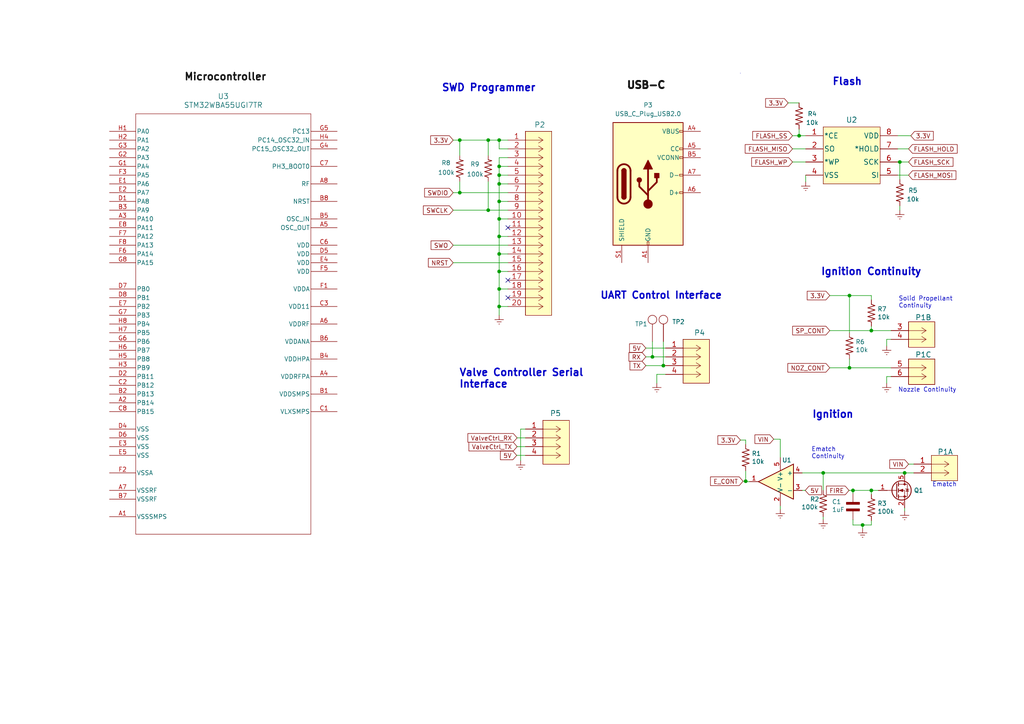
<source format=kicad_sch>
(kicad_sch (version 20231120) (generator "eeschema") (generator_version "8.0")
  (paper "A4")
  (lib_symbols
    (symbol "2024-11-02_07-26-03:STM32WBA55UGI7TR" (pin_names (offset 0.254))
      (property "Reference" "U" (at 33.02 10.16 0))
      (property "Value" "STM32WBA55UGI7TR" (at 33.02 7.62 0))
      (symbol "STM32WBA55UGI7TR_0_1"
        (polyline (pts (xy 7.62 -116.84) (xy 58.42 -116.84)) (stroke (width 0.127)))
        (polyline (pts (xy 7.62 5.08) (xy 7.62 -116.84)) (stroke (width 0.127)))
        (polyline (pts (xy 58.42 -116.84) (xy 58.42 5.08)) (stroke (width 0.127)))
        (polyline (pts (xy 58.42 5.08) (xy 7.62 5.08)) (stroke (width 0.127)))
        (pin power_in line (at 0 -111.76 0) (length 7.62) (name "VSSSMPS") (number "A1"))
        (pin bidirectional line (at 0 -78.74 0) (length 7.62) (name "PB14") (number "A2"))
        (pin bidirectional line (at 0 -25.4 0) (length 7.62) (name "PA10") (number "A3"))
        (pin power_in line (at 66.04 -71.12 180) (length 7.62) (name "VDDRFPA") (number "A4"))
        (pin output line (at 66.04 -27.94 180) (length 7.62) (name "OSC_OUT") (number "A5"))
        (pin power_in line (at 66.04 -55.88 180) (length 7.62) (name "VDDRF") (number "A6"))
        (pin power_in line (at 0 -104.14 0) (length 7.62) (name "VSSRF") (number "A7"))
        (pin unspecified line (at 66.04 -15.24 180) (length 7.62) (name "RF") (number "A8"))
        (pin power_in line (at 66.04 -76.2 180) (length 7.62) (name "VDDSMPS") (number "B1"))
        (pin bidirectional line (at 0 -76.2 0) (length 7.62) (name "PB13") (number "B2"))
        (pin bidirectional line (at 0 -22.86 0) (length 7.62) (name "PA9") (number "B3"))
        (pin power_in line (at 66.04 -66.04 180) (length 7.62) (name "VDDHPA") (number "B4"))
        (pin input line (at 66.04 -25.4 180) (length 7.62) (name "OSC_IN") (number "B5"))
        (pin power_in line (at 66.04 -60.96 180) (length 7.62) (name "VDDANA") (number "B6"))
        (pin power_in line (at 0 -106.68 0) (length 7.62) (name "VSSRF") (number "B7"))
        (pin bidirectional line (at 66.04 -20.32 180) (length 7.62) (name "NRST") (number "B8"))
        (pin power_in line (at 66.04 -81.28 180) (length 7.62) (name "VLXSMPS") (number "C1"))
        (pin bidirectional line (at 0 -73.66 0) (length 7.62) (name "PB12") (number "C2"))
        (pin power_in line (at 66.04 -50.8 180) (length 7.62) (name "VDD11") (number "C3"))
        (pin power_in line (at 66.04 -33.02 180) (length 7.62) (name "VDD") (number "C6"))
        (pin bidirectional line (at 66.04 -10.16 180) (length 7.62) (name "PH3_BOOT0") (number "C7"))
        (pin bidirectional line (at 0 -81.28 0) (length 7.62) (name "PB15") (number "C8"))
        (pin bidirectional line (at 0 -20.32 0) (length 7.62) (name "PA8") (number "D1"))
        (pin bidirectional line (at 0 -71.12 0) (length 7.62) (name "PB11") (number "D2"))
        (pin power_in line (at 0 -86.36 0) (length 7.62) (name "VSS") (number "D4"))
        (pin power_in line (at 66.04 -35.56 180) (length 7.62) (name "VDD") (number "D5"))
        (pin power_in line (at 0 -88.9 0) (length 7.62) (name "VSS") (number "D6"))
        (pin bidirectional line (at 0 -45.72 0) (length 7.62) (name "PB0") (number "D7"))
        (pin bidirectional line (at 0 -48.26 0) (length 7.62) (name "PB1") (number "D8"))
        (pin bidirectional line (at 0 -15.24 0) (length 7.62) (name "PA6") (number "E1"))
        (pin bidirectional line (at 0 -17.78 0) (length 7.62) (name "PA7") (number "E2"))
        (pin power_in line (at 0 -91.44 0) (length 7.62) (name "VSS") (number "E3"))
        (pin power_in line (at 66.04 -38.1 180) (length 7.62) (name "VDD") (number "E4"))
        (pin power_in line (at 0 -93.98 0) (length 7.62) (name "VSS") (number "E5"))
        (pin bidirectional line (at 0 -50.8 0) (length 7.62) (name "PB2") (number "E7"))
        (pin bidirectional line (at 0 -27.94 0) (length 7.62) (name "PA11") (number "E8"))
        (pin power_in line (at 66.04 -45.72 180) (length 7.62) (name "VDDA") (number "F1"))
        (pin power_in line (at 0 -99.06 0) (length 7.62) (name "VSSA") (number "F2"))
        (pin bidirectional line (at 0 -12.7 0) (length 7.62) (name "PA5") (number "F3"))
        (pin power_in line (at 66.04 -40.64 180) (length 7.62) (name "VDD") (number "F5"))
        (pin bidirectional line (at 0 -35.56 0) (length 7.62) (name "PA14") (number "F6"))
        (pin bidirectional line (at 0 -30.48 0) (length 7.62) (name "PA12") (number "F7"))
        (pin bidirectional line (at 0 -33.02 0) (length 7.62) (name "PA13") (number "F8"))
        (pin bidirectional line (at 0 -10.16 0) (length 7.62) (name "PA4") (number "G1"))
        (pin bidirectional line (at 0 -7.62 0) (length 7.62) (name "PA3") (number "G2"))
        (pin bidirectional line (at 0 -5.08 0) (length 7.62) (name "PA2") (number "G3"))
        (pin bidirectional line (at 66.04 -5.08 180) (length 7.62) (name "PC15_OSC32_OUT") (number "G4"))
        (pin bidirectional line (at 66.04 0 180) (length 7.62) (name "PC13") (number "G5"))
        (pin bidirectional line (at 0 -60.96 0) (length 7.62) (name "PB6") (number "G6"))
        (pin bidirectional line (at 0 -53.34 0) (length 7.62) (name "PB3") (number "G7"))
        (pin bidirectional line (at 0 -38.1 0) (length 7.62) (name "PA15") (number "G8"))
        (pin bidirectional line (at 0 0 0) (length 7.62) (name "PA0") (number "H1"))
        (pin bidirectional line (at 0 -2.54 0) (length 7.62) (name "PA1") (number "H2"))
        (pin bidirectional line (at 0 -68.58 0) (length 7.62) (name "PB9") (number "H3"))
        (pin bidirectional line (at 66.04 -2.54 180) (length 7.62) (name "PC14_OSC32_IN") (number "H4"))
        (pin bidirectional line (at 0 -66.04 0) (length 7.62) (name "PB8") (number "H5"))
        (pin bidirectional line (at 0 -63.5 0) (length 7.62) (name "PB7") (number "H6"))
        (pin bidirectional line (at 0 -58.42 0) (length 7.62) (name "PB5") (number "H7"))
        (pin bidirectional line (at 0 -55.88 0) (length 7.62) (name "PB4") (number "H8"))
      )
    )
    (symbol "Connector:USB_C_Plug_USB2.0" (pin_names (offset 1.016))
      (property "Reference" "P" (at -10.16 19.05 0))
      (property "Value" "USB_C_Plug_USB2.0" (at 12.7 19.05 0))
      (symbol "USB_C_Plug_USB2.0_0_0"
        (rectangle (start -0.254 -17.78) (end 0.254 -16.764))
        (rectangle (start 10.16 -2.286) (end 9.144 -2.794))
        (rectangle (start 10.16 2.794) (end 9.144 2.286))
        (rectangle (start 10.16 7.874) (end 9.144 7.366))
        (rectangle (start 10.16 10.414) (end 9.144 9.906))
        (rectangle (start 10.16 15.494) (end 9.144 14.986))
      )
      (symbol "USB_C_Plug_USB2.0_0_1"
        (rectangle (start -10.16 17.78) (end 10.16 -17.78) (stroke (width 0.254)) (fill (type background)))
        (arc (start -8.89 -3.81) (mid -6.985 -5.7067) (end -5.08 -3.81) (stroke (width 0.508)))
        (arc (start -7.62 -3.81) (mid -6.985 -4.4423) (end -6.35 -3.81) (stroke (width 0.254)))
        (arc (start -7.62 -3.81) (mid -6.985 -4.4423) (end -6.35 -3.81) (stroke (width 0.254)) (fill (type outline)))
        (rectangle (start -7.62 -3.81) (end -6.35 3.81) (stroke (width 0.254)) (fill (type outline)))
        (arc (start -6.35 3.81) (mid -6.985 4.4423) (end -7.62 3.81) (stroke (width 0.254)))
        (arc (start -6.35 3.81) (mid -6.985 4.4423) (end -7.62 3.81) (stroke (width 0.254)) (fill (type outline)))
        (arc (start -5.08 3.81) (mid -6.985 5.7067) (end -8.89 3.81) (stroke (width 0.508)))
        (circle (center -2.54 1.143) (radius 0.635) (stroke (width 0.254)) (fill (type outline)))
        (circle (center 0 -5.842) (radius 1.27) (fill (type outline)))
        (polyline (pts (xy -8.89 -3.81) (xy -8.89 3.81)) (stroke (width 0.508)))
        (polyline (pts (xy -5.08 3.81) (xy -5.08 -3.81)) (stroke (width 0.508)))
        (polyline (pts (xy 0 -5.842) (xy 0 4.318)) (stroke (width 0.508)))
        (polyline (pts (xy 0 -3.302) (xy -2.54 -0.762) (xy -2.54 0.508)) (stroke (width 0.508)))
        (polyline (pts (xy 0 -2.032) (xy 2.54 0.508) (xy 2.54 1.778)) (stroke (width 0.508)))
        (polyline (pts (xy -1.27 4.318) (xy 0 6.858) (xy 1.27 4.318) (xy -1.27 4.318)) (stroke (width 0.254)) (fill (type outline)))
        (rectangle (start 1.905 1.778) (end 3.175 3.048) (stroke (width 0.254)) (fill (type outline)))
      )
      (symbol "USB_C_Plug_USB2.0_1_1"
        (pin passive line (at 0 -22.86 90) (length 5.08) (name "GND") (number "A1"))
        (pin passive line (at 0 -22.86 90) (length 5.08) hide (name "GND") (number "A12"))
        (pin passive line (at 15.24 15.24 180) (length 5.08) (name "VBUS") (number "A4"))
        (pin bidirectional line (at 15.24 10.16 180) (length 5.08) (name "CC") (number "A5"))
        (pin bidirectional line (at 15.24 -2.54 180) (length 5.08) (name "D+") (number "A6"))
        (pin bidirectional line (at 15.24 2.54 180) (length 5.08) (name "D-") (number "A7"))
        (pin passive line (at 15.24 15.24 180) (length 5.08) hide (name "VBUS") (number "A9"))
        (pin passive line (at 0 -22.86 90) (length 5.08) hide (name "GND") (number "B1"))
        (pin passive line (at 0 -22.86 90) (length 5.08) hide (name "GND") (number "B12"))
        (pin passive line (at 15.24 15.24 180) (length 5.08) hide (name "VBUS") (number "B4"))
        (pin bidirectional line (at 15.24 7.62 180) (length 5.08) (name "VCONN") (number "B5"))
        (pin passive line (at 15.24 15.24 180) (length 5.08) hide (name "VBUS") (number "B9"))
        (pin passive line (at -7.62 -22.86 90) (length 5.08) (name "SHIELD") (number "S1"))
      )
    )
    (symbol "Earth_1" (power) (pin_names (offset 0))
      (symbol "Earth_1_0_1"
        (polyline (pts (xy -0.635 -1.905) (xy 0.635 -1.905)))
        (polyline (pts (xy -0.127 -2.54) (xy 0.127 -2.54)))
        (polyline (pts (xy 0 -1.27) (xy 0 0)))
        (polyline (pts (xy 1.27 -1.27) (xy -1.27 -1.27)))
      )
      (symbol "Earth_1_1_1"
        (pin power_in line (at 0 0 270) (length 0) hide (name "Earth") (number "1"))
      )
    )
    (symbol "Earth_3" (power) (pin_names (offset 0))
      (symbol "Earth_3_0_1"
        (polyline (pts (xy -0.635 -1.905) (xy 0.635 -1.905)))
        (polyline (pts (xy -0.127 -2.54) (xy 0.127 -2.54)))
        (polyline (pts (xy 0 -1.27) (xy 0 0)))
        (polyline (pts (xy 1.27 -1.27) (xy -1.27 -1.27)))
      )
      (symbol "Earth_3_1_1"
        (pin power_in line (at 0 0 270) (length 0) hide (name "Earth") (number "1"))
      )
    )
    (symbol "Engine-Controller:140-504-415-000" (pin_names (offset 0.254) hide)
      (property "Reference" "P" (at 7.62 5.08 0))
      (symbol "140-504-415-000_1_1"
        (polyline (pts (xy 5.08 -10.16) (xy 12.7 -10.16)) (stroke (width 0.127)))
        (polyline (pts (xy 5.08 2.54) (xy 5.08 -10.16)) (stroke (width 0.127)))
        (polyline (pts (xy 10.16 -7.62) (xy 5.08 -7.62)) (stroke (width 0.127)))
        (polyline (pts (xy 10.16 -7.62) (xy 8.89 -8.4582)) (stroke (width 0.127)))
        (polyline (pts (xy 10.16 -7.62) (xy 8.89 -6.7818)) (stroke (width 0.127)))
        (polyline (pts (xy 10.16 -5.08) (xy 5.08 -5.08)) (stroke (width 0.127)))
        (polyline (pts (xy 10.16 -5.08) (xy 8.89 -5.9182)) (stroke (width 0.127)))
        (polyline (pts (xy 10.16 -5.08) (xy 8.89 -4.2418)) (stroke (width 0.127)))
        (polyline (pts (xy 10.16 -2.54) (xy 5.08 -2.54)) (stroke (width 0.127)))
        (polyline (pts (xy 10.16 -2.54) (xy 8.89 -3.3782)) (stroke (width 0.127)))
        (polyline (pts (xy 10.16 -2.54) (xy 8.89 -1.7018)) (stroke (width 0.127)))
        (polyline (pts (xy 10.16 0) (xy 5.08 0)) (stroke (width 0.127)))
        (polyline (pts (xy 10.16 0) (xy 8.89 -0.8382)) (stroke (width 0.127)))
        (polyline (pts (xy 10.16 0) (xy 8.89 0.8382)) (stroke (width 0.127)))
        (polyline (pts (xy 12.7 -10.16) (xy 12.7 2.54)) (stroke (width 0.127)))
        (polyline (pts (xy 12.7 2.54) (xy 5.08 2.54)) (stroke (width 0.127)) (fill (type background)))
        (rectangle (start 5.08 2.54) (end 12.7 -10.16) (stroke (width 0.127)) (fill (type background)))
        (pin passive line (at 0 0 0) (length 5.08) (name "+12V") (number "1"))
        (pin passive line (at 0 -2.54 0) (length 5.08) (name "GND") (number "2"))
        (pin passive line (at 0 -5.08 0) (length 5.08) (name "3") (number "3"))
        (pin passive line (at 0 -7.62 0) (length 5.08) (name "4") (number "4"))
      )
    )
    (symbol "Engine-Controller:282837-6" (pin_names (offset 0.254) hide)
      (property "Reference" "P" (at 8.89 6.35 0))
      (symbol "282837-6_0_1"
        (rectangle (start 5.08 2.54) (end 12.7 -4.826) (stroke (width 0.1524)) (fill (type background)))
      )
      (symbol "282837-6_1_1"
        (polyline (pts (xy 10.16 -2.54) (xy 5.08 -2.54)) (stroke (width 0.127)))
        (polyline (pts (xy 10.16 -2.54) (xy 8.89 -3.3782)) (stroke (width 0.127)))
        (polyline (pts (xy 10.16 -2.54) (xy 8.89 -1.7018)) (stroke (width 0.127)))
        (polyline (pts (xy 10.16 0) (xy 5.08 0)) (stroke (width 0.127)))
        (polyline (pts (xy 10.16 0) (xy 8.89 -0.8382)) (stroke (width 0.127)))
        (polyline (pts (xy 10.16 0) (xy 8.89 0.8382)) (stroke (width 0.127)))
        (pin passive line (at 0 0 0) (length 5.08) (name "5") (number "1"))
        (pin passive line (at 0 -2.54 0) (length 5.08) (name "6") (number "2"))
      )
      (symbol "282837-6_2_1"
        (polyline (pts (xy 5.08 2.54) (xy 5.08 -4.826)) (stroke (width 0.127)))
        (polyline (pts (xy 10.16 -2.54) (xy 5.08 -2.54)) (stroke (width 0.127)))
        (polyline (pts (xy 10.16 -2.54) (xy 8.89 -3.3782)) (stroke (width 0.127)))
        (polyline (pts (xy 10.16 -2.54) (xy 8.89 -1.7018)) (stroke (width 0.127)))
        (polyline (pts (xy 10.16 0) (xy 5.08 0)) (stroke (width 0.127)))
        (polyline (pts (xy 10.16 0) (xy 8.89 -0.8382)) (stroke (width 0.127)))
        (polyline (pts (xy 10.16 0) (xy 8.89 0.8382)) (stroke (width 0.127)))
        (polyline (pts (xy 12.7 -4.826) (xy 12.7 2.54)) (stroke (width 0.127)))
        (polyline (pts (xy 12.7 2.54) (xy 5.08 2.54)) (stroke (width 0.127)))
        (polyline (pts (xy 5.08 -4.826) (xy 8.382 -4.826) (xy 12.7 -4.826)) (stroke (width 0.127)))
        (pin passive line (at 0 0 0) (length 5.08) (name "5") (number "3"))
        (pin passive line (at 0 -2.54 0) (length 5.08) (name "6") (number "4"))
      )
      (symbol "282837-6_3_1"
        (polyline (pts (xy 5.08 2.54) (xy 5.08 -4.826)) (stroke (width 0.127)))
        (polyline (pts (xy 10.16 -2.54) (xy 5.08 -2.54)) (stroke (width 0.127)))
        (polyline (pts (xy 10.16 -2.54) (xy 8.89 -3.3782)) (stroke (width 0.127)))
        (polyline (pts (xy 10.16 -2.54) (xy 8.89 -1.7018)) (stroke (width 0.127)))
        (polyline (pts (xy 10.16 0) (xy 5.08 0)) (stroke (width 0.127)))
        (polyline (pts (xy 10.16 0) (xy 8.89 -0.8382)) (stroke (width 0.127)))
        (polyline (pts (xy 10.16 0) (xy 8.89 0.8382)) (stroke (width 0.127)))
        (polyline (pts (xy 12.7 -4.826) (xy 12.7 2.54)) (stroke (width 0.127)))
        (polyline (pts (xy 12.7 2.54) (xy 5.08 2.54)) (stroke (width 0.127)))
        (polyline (pts (xy 5.08 -4.826) (xy 8.382 -4.826) (xy 12.7 -4.826)) (stroke (width 0.127)))
        (pin passive line (at 0 0 0) (length 5.08) (name "5") (number "5"))
        (pin passive line (at 0 -2.54 0) (length 5.08) (name "6") (number "6"))
      )
    )
    (symbol "Engine-Controller:3220-20-0200-00" (pin_names (offset 0.254) hide)
      (property "Reference" "P" (at 8.89 6.35 0))
      (symbol "3220-20-0200-00_1_1"
        (polyline (pts (xy 5.08 -50.8) (xy 12.7 -50.8)) (stroke (width 0.127)))
        (polyline (pts (xy 5.08 2.54) (xy 5.08 -50.8)) (stroke (width 0.127)))
        (polyline (pts (xy 10.16 -48.26) (xy 5.08 -48.26)) (stroke (width 0.127)))
        (polyline (pts (xy 10.16 -48.26) (xy 8.89 -49.0982)) (stroke (width 0.127)))
        (polyline (pts (xy 10.16 -48.26) (xy 8.89 -47.4218)) (stroke (width 0.127)))
        (polyline (pts (xy 10.16 -45.72) (xy 5.08 -45.72)) (stroke (width 0.127)))
        (polyline (pts (xy 10.16 -45.72) (xy 8.89 -46.5582)) (stroke (width 0.127)))
        (polyline (pts (xy 10.16 -45.72) (xy 8.89 -44.8818)) (stroke (width 0.127)))
        (polyline (pts (xy 10.16 -43.18) (xy 5.08 -43.18)) (stroke (width 0.127)))
        (polyline (pts (xy 10.16 -43.18) (xy 8.89 -44.0182)) (stroke (width 0.127)))
        (polyline (pts (xy 10.16 -43.18) (xy 8.89 -42.3418)) (stroke (width 0.127)))
        (polyline (pts (xy 10.16 -40.64) (xy 5.08 -40.64)) (stroke (width 0.127)))
        (polyline (pts (xy 10.16 -40.64) (xy 8.89 -41.4782)) (stroke (width 0.127)))
        (polyline (pts (xy 10.16 -40.64) (xy 8.89 -39.8018)) (stroke (width 0.127)))
        (polyline (pts (xy 10.16 -38.1) (xy 5.08 -38.1)) (stroke (width 0.127)))
        (polyline (pts (xy 10.16 -38.1) (xy 8.89 -38.9382)) (stroke (width 0.127)))
        (polyline (pts (xy 10.16 -38.1) (xy 8.89 -37.2618)) (stroke (width 0.127)))
        (polyline (pts (xy 10.16 -35.56) (xy 5.08 -35.56)) (stroke (width 0.127)))
        (polyline (pts (xy 10.16 -35.56) (xy 8.89 -36.3982)) (stroke (width 0.127)))
        (polyline (pts (xy 10.16 -35.56) (xy 8.89 -34.7218)) (stroke (width 0.127)))
        (polyline (pts (xy 10.16 -33.02) (xy 5.08 -33.02)) (stroke (width 0.127)))
        (polyline (pts (xy 10.16 -33.02) (xy 8.89 -33.8582)) (stroke (width 0.127)))
        (polyline (pts (xy 10.16 -33.02) (xy 8.89 -32.1818)) (stroke (width 0.127)))
        (polyline (pts (xy 10.16 -30.48) (xy 5.08 -30.48)) (stroke (width 0.127)))
        (polyline (pts (xy 10.16 -30.48) (xy 8.89 -31.3182)) (stroke (width 0.127)))
        (polyline (pts (xy 10.16 -30.48) (xy 8.89 -29.6418)) (stroke (width 0.127)))
        (polyline (pts (xy 10.16 -27.94) (xy 5.08 -27.94)) (stroke (width 0.127)))
        (polyline (pts (xy 10.16 -27.94) (xy 8.89 -28.7782)) (stroke (width 0.127)))
        (polyline (pts (xy 10.16 -27.94) (xy 8.89 -27.1018)) (stroke (width 0.127)))
        (polyline (pts (xy 10.16 -25.4) (xy 5.08 -25.4)) (stroke (width 0.127)))
        (polyline (pts (xy 10.16 -25.4) (xy 8.89 -26.2382)) (stroke (width 0.127)))
        (polyline (pts (xy 10.16 -25.4) (xy 8.89 -24.5618)) (stroke (width 0.127)))
        (polyline (pts (xy 10.16 -22.86) (xy 5.08 -22.86)) (stroke (width 0.127)))
        (polyline (pts (xy 10.16 -22.86) (xy 8.89 -23.6982)) (stroke (width 0.127)))
        (polyline (pts (xy 10.16 -22.86) (xy 8.89 -22.0218)) (stroke (width 0.127)))
        (polyline (pts (xy 10.16 -20.32) (xy 5.08 -20.32)) (stroke (width 0.127)))
        (polyline (pts (xy 10.16 -20.32) (xy 8.89 -21.1582)) (stroke (width 0.127)))
        (polyline (pts (xy 10.16 -20.32) (xy 8.89 -19.4818)) (stroke (width 0.127)))
        (polyline (pts (xy 10.16 -17.78) (xy 5.08 -17.78)) (stroke (width 0.127)))
        (polyline (pts (xy 10.16 -17.78) (xy 8.89 -18.6182)) (stroke (width 0.127)))
        (polyline (pts (xy 10.16 -17.78) (xy 8.89 -16.9418)) (stroke (width 0.127)))
        (polyline (pts (xy 10.16 -15.24) (xy 5.08 -15.24)) (stroke (width 0.127)))
        (polyline (pts (xy 10.16 -15.24) (xy 8.89 -16.0782)) (stroke (width 0.127)))
        (polyline (pts (xy 10.16 -15.24) (xy 8.89 -14.4018)) (stroke (width 0.127)))
        (polyline (pts (xy 10.16 -12.7) (xy 5.08 -12.7)) (stroke (width 0.127)))
        (polyline (pts (xy 10.16 -12.7) (xy 8.89 -13.5382)) (stroke (width 0.127)))
        (polyline (pts (xy 10.16 -12.7) (xy 8.89 -11.8618)) (stroke (width 0.127)))
        (polyline (pts (xy 10.16 -10.16) (xy 5.08 -10.16)) (stroke (width 0.127)))
        (polyline (pts (xy 10.16 -10.16) (xy 8.89 -10.9982)) (stroke (width 0.127)))
        (polyline (pts (xy 10.16 -10.16) (xy 8.89 -9.3218)) (stroke (width 0.127)))
        (polyline (pts (xy 10.16 -7.62) (xy 5.08 -7.62)) (stroke (width 0.127)))
        (polyline (pts (xy 10.16 -7.62) (xy 8.89 -8.4582)) (stroke (width 0.127)))
        (polyline (pts (xy 10.16 -7.62) (xy 8.89 -6.7818)) (stroke (width 0.127)))
        (polyline (pts (xy 10.16 -5.08) (xy 5.08 -5.08)) (stroke (width 0.127)))
        (polyline (pts (xy 10.16 -5.08) (xy 8.89 -5.9182)) (stroke (width 0.127)))
        (polyline (pts (xy 10.16 -5.08) (xy 8.89 -4.2418)) (stroke (width 0.127)))
        (polyline (pts (xy 10.16 -2.54) (xy 5.08 -2.54)) (stroke (width 0.127)))
        (polyline (pts (xy 10.16 -2.54) (xy 8.89 -3.3782)) (stroke (width 0.127)))
        (polyline (pts (xy 10.16 -2.54) (xy 8.89 -1.7018)) (stroke (width 0.127)))
        (polyline (pts (xy 10.16 0) (xy 5.08 0)) (stroke (width 0.127)))
        (polyline (pts (xy 10.16 0) (xy 8.89 -0.8382)) (stroke (width 0.127)))
        (polyline (pts (xy 10.16 0) (xy 8.89 0.8382)) (stroke (width 0.127)))
        (polyline (pts (xy 12.7 -50.8) (xy 12.7 2.54)) (stroke (width 0.127)))
        (polyline (pts (xy 12.7 2.54) (xy 5.08 2.54)) (stroke (width 0.127)) (fill (type background)))
        (rectangle (start 5.08 2.54) (end 12.7 -50.8) (stroke (width 0.127)) (fill (type background)))
        (pin passive line (at 0 0 0) (length 5.08) (name "1") (number "1"))
        (pin passive line (at 0 -22.86 0) (length 5.08) (name "10") (number "10"))
        (pin passive line (at 0 -25.4 0) (length 5.08) (name "11") (number "11"))
        (pin passive line (at 0 -27.94 0) (length 5.08) (name "12") (number "12"))
        (pin passive line (at 0 -30.48 0) (length 5.08) (name "13") (number "13"))
        (pin passive line (at 0 -33.02 0) (length 5.08) (name "14") (number "14"))
        (pin passive line (at 0 -35.56 0) (length 5.08) (name "15") (number "15"))
        (pin passive line (at 0 -38.1 0) (length 5.08) (name "16") (number "16"))
        (pin passive line (at 0 -40.64 0) (length 5.08) (name "17") (number "17"))
        (pin passive line (at 0 -43.18 0) (length 5.08) (name "18") (number "18"))
        (pin passive line (at 0 -45.72 0) (length 5.08) (name "19") (number "19"))
        (pin passive line (at 0 -2.54 0) (length 5.08) (name "2") (number "2"))
        (pin passive line (at 0 -48.26 0) (length 5.08) (name "20") (number "20"))
        (pin passive line (at 0 -5.08 0) (length 5.08) (name "3") (number "3"))
        (pin passive line (at 0 -7.62 0) (length 5.08) (name "4") (number "4"))
        (pin passive line (at 0 -10.16 0) (length 5.08) (name "5") (number "5"))
        (pin passive line (at 0 -12.7 0) (length 5.08) (name "6") (number "6"))
        (pin passive line (at 0 -15.24 0) (length 5.08) (name "7") (number "7"))
        (pin passive line (at 0 -17.78 0) (length 5.08) (name "8") (number "8"))
        (pin passive line (at 0 -20.32 0) (length 5.08) (name "9") (number "9"))
      )
    )
    (symbol "Engine-Controller:CAP_0603" (pin_numbers hide) (pin_names (offset 1.016) hide)
      (property "Reference" "C" (at -1.27 3.81 0))
      (property "Value" "Engine-Controller_CAP_0603" (at -3.81 -3.81 0))
      (symbol "CAP_0603_0_0"
        (rectangle (start -1.27 -1.905) (end -0.635 1.905) (fill (type outline)))
        (rectangle (start 0.635 -1.905) (end 1.27 1.905) (fill (type outline)))
        (pin passive line (at 3.81 0 180) (length 2.54) (name "~") (number "1"))
        (pin passive line (at -3.81 0 0) (length 2.54) (name "~") (number "2"))
      )
    )
    (symbol "Engine-Controller:Earth" (power) (pin_names (offset 0))
      (symbol "Earth_0_1"
        (polyline (pts (xy -0.635 -1.905) (xy 0.635 -1.905)))
        (polyline (pts (xy -0.127 -2.54) (xy 0.127 -2.54)))
        (polyline (pts (xy 0 -1.27) (xy 0 0)))
        (polyline (pts (xy 1.27 -1.27) (xy -1.27 -1.27)))
      )
      (symbol "Earth_1_1"
        (pin power_in line (at 0 0 270) (length 0) hide (name "Earth") (number "1"))
      )
    )
    (symbol "Engine-Controller:QS5U17TR" (pin_names hide)
      (property "Reference" "Q" (at 5.08 1.905 0))
      (property "Value" "QS5U17TR" (at 5.08 0 0))
      (symbol "QS5U17TR_0_1"
        (polyline (pts (xy 0.254 0) (xy -2.54 0)))
        (polyline (pts (xy 0.254 1.905) (xy 0.254 -1.905)) (stroke (width 0.254)))
        (polyline (pts (xy 0.762 -1.27) (xy 0.762 -2.286)) (stroke (width 0.254)))
        (polyline (pts (xy 0.762 0.508) (xy 0.762 -0.508)) (stroke (width 0.254)))
        (polyline (pts (xy 0.762 2.286) (xy 0.762 1.27)) (stroke (width 0.254)))
        (polyline (pts (xy 2.54 2.54) (xy 2.54 1.778)))
        (polyline (pts (xy 2.54 -2.54) (xy 2.54 0) (xy 0.762 0)))
        (polyline (pts (xy 0.762 -1.778) (xy 3.302 -1.778) (xy 3.302 1.778) (xy 0.762 1.778)))
        (polyline (pts (xy 1.016 0) (xy 2.032 0.381) (xy 2.032 -0.381) (xy 1.016 0)) (fill (type outline)))
        (polyline (pts (xy 2.794 0.508) (xy 2.921 0.381) (xy 3.683 0.381) (xy 3.81 0.254)))
        (polyline (pts (xy 3.302 0.381) (xy 2.921 -0.254) (xy 3.683 -0.254) (xy 3.302 0.381)))
        (circle (center 1.651 0) (radius 2.794) (stroke (width 0.254)))
        (circle (center 2.54 -1.778) (radius 0.254) (fill (type outline)))
        (circle (center 2.54 1.778) (radius 0.254) (fill (type outline)))
      )
      (symbol "QS5U17TR_1_1"
        (pin input line (at -5.08 0 0) (length 2.54) (name "G") (number "1"))
        (pin passive line (at 2.54 -5.08 90) (length 2.54) (name "S") (number "2"))
        (pin passive line (at 2.54 5.08 270) (length 2.54) (name "D") (number "5"))
      )
    )
    (symbol "Engine-Controller:RES_0603" (pin_numbers hide) (pin_names (offset 1.016) hide)
      (property "Reference" "R" (at -1.27 1.27 0))
      (property "Value" "Engine-Controller_RES_0603" (at -3.81 -2.54 0))
      (symbol "RES_0603_0_0"
        (polyline (pts (xy -2.54 0) (xy -2.159 1.016)) (stroke (width 0.2032)))
        (polyline (pts (xy -2.159 1.016) (xy -1.524 -1.016)) (stroke (width 0.2032)))
        (polyline (pts (xy -1.524 -1.016) (xy -0.889 1.016)) (stroke (width 0.2032)))
        (polyline (pts (xy -0.889 1.016) (xy -0.254 -1.016)) (stroke (width 0.2032)))
        (polyline (pts (xy -0.254 -1.016) (xy 0.381 1.016)) (stroke (width 0.2032)))
        (polyline (pts (xy 0.381 1.016) (xy 1.016 -1.016)) (stroke (width 0.2032)))
        (polyline (pts (xy 1.016 -1.016) (xy 1.651 1.016)) (stroke (width 0.2032)))
        (polyline (pts (xy 1.651 1.016) (xy 2.286 -1.016)) (stroke (width 0.2032)))
        (polyline (pts (xy 2.286 -1.016) (xy 2.54 0)) (stroke (width 0.2032)))
        (pin passive line (at -3.81 0 0) (length 1.27) (name "~") (number "1"))
        (pin passive line (at 3.81 0 180) (length 1.27) (name "~") (number "2"))
      )
    )
    (symbol "Engine-Controller:SST25VF040B-50-4I-S2AE-T" (pin_names (offset 0.254))
      (property "Reference" "U" (at -2.54 6.35 0))
      (symbol "SST25VF040B-50-4I-S2AE-T_1_1"
        (rectangle (start -8.89 5.08) (end 7.62 -11.43) (stroke (width 0.1524)) (fill (type background)))
        (pin input line (at -13.97 2.54 0) (length 5.08) (name "*CE") (number "1"))
        (pin output line (at -13.97 -1.27 0) (length 5.08) (name "SO") (number "2"))
        (pin input line (at -13.97 -5.08 0) (length 5.08) (name "*WP") (number "3"))
        (pin power_in line (at -13.97 -8.89 0) (length 5.08) (name "VSS") (number "4"))
        (pin input line (at 12.7 -8.89 180) (length 5.08) (name "SI") (number "5"))
        (pin input line (at 12.7 -5.08 180) (length 5.08) (name "SCK") (number "6"))
        (pin input line (at 12.7 -1.27 180) (length 5.08) (name "*HOLD") (number "7"))
        (pin power_in line (at 12.7 2.54 180) (length 5.08) (name "VDD") (number "8"))
      )
    )
    (symbol "Engine-Controller:TS391IYLT" (pin_names (offset 0.127))
      (property "Reference" "U" (at 1.27 3.81 0))
      (symbol "TS391IYLT_0_1"
        (polyline (pts (xy -5.08 5.08) (xy 5.08 0) (xy -5.08 -5.08) (xy -5.08 5.08)) (stroke (width 0.254)) (fill (type background)))
      )
      (symbol "TS391IYLT_1_1"
        (pin open_collector line (at 7.62 0 180) (length 2.54) (name "~") (number "1"))
        (pin power_in line (at -1.27 -6.985 90) (length 3.81) (name "V-") (number "2"))
        (pin input line (at -7.62 -2.54 0) (length 2.54) (name "-") (number "3"))
        (pin input line (at -7.62 2.54 0) (length 2.54) (name "+") (number "4"))
        (pin passive line (at -1.27 6.985 270) (length 3.81) (name "V+") (number "5"))
      )
    )
    (symbol "L0005-Valve-Controller:140-504-415-000" (pin_names (offset 0.254) hide)
      (property "Reference" "P" (at 7.62 5.08 0))
      (symbol "140-504-415-000_1_1"
        (polyline (pts (xy 5.08 -10.16) (xy 12.7 -10.16)) (stroke (width 0.127)))
        (polyline (pts (xy 5.08 2.54) (xy 5.08 -10.16)) (stroke (width 0.127)))
        (polyline (pts (xy 10.16 -7.62) (xy 5.08 -7.62)) (stroke (width 0.127)))
        (polyline (pts (xy 10.16 -7.62) (xy 8.89 -8.4582)) (stroke (width 0.127)))
        (polyline (pts (xy 10.16 -7.62) (xy 8.89 -6.7818)) (stroke (width 0.127)))
        (polyline (pts (xy 10.16 -5.08) (xy 5.08 -5.08)) (stroke (width 0.127)))
        (polyline (pts (xy 10.16 -5.08) (xy 8.89 -5.9182)) (stroke (width 0.127)))
        (polyline (pts (xy 10.16 -5.08) (xy 8.89 -4.2418)) (stroke (width 0.127)))
        (polyline (pts (xy 10.16 -2.54) (xy 5.08 -2.54)) (stroke (width 0.127)))
        (polyline (pts (xy 10.16 -2.54) (xy 8.89 -3.3782)) (stroke (width 0.127)))
        (polyline (pts (xy 10.16 -2.54) (xy 8.89 -1.7018)) (stroke (width 0.127)))
        (polyline (pts (xy 10.16 0) (xy 5.08 0)) (stroke (width 0.127)))
        (polyline (pts (xy 10.16 0) (xy 8.89 -0.8382)) (stroke (width 0.127)))
        (polyline (pts (xy 10.16 0) (xy 8.89 0.8382)) (stroke (width 0.127)))
        (polyline (pts (xy 12.7 -10.16) (xy 12.7 2.54)) (stroke (width 0.127)))
        (polyline (pts (xy 12.7 2.54) (xy 5.08 2.54)) (stroke (width 0.127)) (fill (type background)))
        (rectangle (start 5.08 2.54) (end 12.7 -10.16) (stroke (width 0.127)) (fill (type background)))
        (pin passive line (at 0 0 0) (length 5.08) (name "+12V") (number "1"))
        (pin passive line (at 0 -2.54 0) (length 5.08) (name "GND") (number "2"))
        (pin passive line (at 0 -5.08 0) (length 5.08) (name "3") (number "3"))
        (pin passive line (at 0 -7.62 0) (length 5.08) (name "4") (number "4"))
      )
    )
    (symbol "L0005-Valve-Controller:Earth" (power) (pin_names (offset 0))
      (symbol "Earth_0_1"
        (polyline (pts (xy -0.635 -1.905) (xy 0.635 -1.905)))
        (polyline (pts (xy -0.127 -2.54) (xy 0.127 -2.54)))
        (polyline (pts (xy 0 -1.27) (xy 0 0)))
        (polyline (pts (xy 1.27 -1.27) (xy -1.27 -1.27)))
      )
      (symbol "Earth_1_1"
        (pin power_in line (at 0 0 270) (length 0) hide (name "Earth") (number "1"))
      )
    )
    (symbol "L0005-Valve-Controller:TP" (pin_numbers hide) (pin_names (offset 1.016) hide)
      (property "Reference" "TP" (at 0 8.89 0))
      (symbol "TP_0_1"
        (circle (center 0 6.35) (radius 1.27))
      )
      (symbol "TP_1_1"
        (pin passive line (at 0 0 90) (length 5.08) (name "~") (number "1"))
      )
    )
  )
  (junction (at 141.605 60.96))
  (junction (at 144.78 50.8))
  (junction (at 252.73 95.885))
  (junction (at 144.78 40.64))
  (junction (at 216.281 139.573))
  (junction (at 247.396 142.24))
  (junction (at 252.73 142.24))
  (junction (at 231.775 39.37))
  (junction (at 192.405 106.045))
  (junction (at 141.605 40.64))
  (junction (at 262.382 137.16))
  (junction (at 246.38 106.68))
  (junction (at 144.78 83.82))
  (junction (at 133.35 40.64))
  (junction (at 144.78 78.74))
  (junction (at 144.78 53.34))
  (junction (at 189.23 103.505))
  (junction (at 144.78 68.58))
  (junction (at 246.38 85.725))
  (junction (at 144.78 73.66))
  (junction (at 144.78 63.5))
  (junction (at 144.78 48.26))
  (junction (at 250.19 152.273))
  (junction (at 238.76 137.16))
  (junction (at 133.35 55.88))
  (junction (at 144.78 88.9))
  (junction (at 260.985 46.99))
  (junction (at 144.78 58.42))
  (no_connect (at 147.32 81.28))
  (no_connect (at 147.32 86.36))
  (no_connect (at 147.32 66.04))
  (wire (pts (xy 144.78 88.9) (xy 144.78 83.82)))
  (wire (pts (xy 144.78 73.66) (xy 147.32 73.66)))
  (wire (pts (xy 141.605 40.64) (xy 144.78 40.64)))
  (wire (pts (xy 144.78 43.18) (xy 144.78 40.64)))
  (wire (pts (xy 144.78 68.58) (xy 147.32 68.58)))
  (wire (pts (xy 131.445 40.64) (xy 133.35 40.64)))
  (wire (pts (xy 144.78 40.64) (xy 147.32 40.64)))
  (wire (pts (xy 231.775 39.37) (xy 233.68 39.37)))
  (wire (pts (xy 144.78 48.26) (xy 144.78 50.8)))
  (wire (pts (xy 233.68 50.8) (xy 233.68 52.705)))
  (wire (pts (xy 144.78 63.5) (xy 144.78 58.42)))
  (wire (pts (xy 187.325 106.045) (xy 192.405 106.045)))
  (wire (pts (xy 226.314 146.685) (xy 226.314 147.701)))
  (wire (pts (xy 187.325 100.965) (xy 193.04 100.965)))
  (wire (pts (xy 252.73 86.995) (xy 252.73 85.725)))
  (wire (pts (xy 144.78 68.58) (xy 144.78 63.5)))
  (wire (pts (xy 247.396 142.24) (xy 246.253 142.24)))
  (wire (pts (xy 260.35 43.18) (xy 263.525 43.18)))
  (wire (pts (xy 141.605 60.96) (xy 131.445 60.96)))
  (wire (pts (xy 133.35 55.88) (xy 147.32 55.88)))
  (wire (pts (xy 144.78 50.8) (xy 147.32 50.8)))
  (wire (pts (xy 238.76 137.16) (xy 238.76 142.24)))
  (wire (pts (xy 246.38 106.68) (xy 246.38 104.14)))
  (wire (pts (xy 141.605 52.705) (xy 141.605 60.96)))
  (wire (pts (xy 144.78 78.74) (xy 147.32 78.74)))
  (wire (pts (xy 147.32 45.72) (xy 144.78 45.72)))
  (wire (pts (xy 226.314 127.381) (xy 226.314 132.715)))
  (wire (pts (xy 258.445 106.68) (xy 246.38 106.68)))
  (wire (pts (xy 229.87 43.18) (xy 233.68 43.18)))
  (wire (pts (xy 144.78 63.5) (xy 147.32 63.5)))
  (wire (pts (xy 216.281 127.635) (xy 216.281 128.905)))
  (wire (pts (xy 149.86 132.08) (xy 152.4 132.08)))
  (wire (pts (xy 229.87 39.37) (xy 231.775 39.37)))
  (wire (pts (xy 147.32 76.2) (xy 131.445 76.2)))
  (wire (pts (xy 263.525 50.8) (xy 260.35 50.8)))
  (wire (pts (xy 260.985 46.99) (xy 260.985 52.07)))
  (wire (pts (xy 246.38 96.52) (xy 246.38 85.725)))
  (wire (pts (xy 215.519 139.573) (xy 216.281 139.573)))
  (wire (pts (xy 252.73 142.24) (xy 254.762 142.24)))
  (wire (pts (xy 238.76 137.16) (xy 262.382 137.16)))
  (wire (pts (xy 133.35 40.64) (xy 133.35 45.085)))
  (wire (pts (xy 260.35 46.99) (xy 260.985 46.99)))
  (wire (pts (xy 144.78 53.34) (xy 147.32 53.34)))
  (wire (pts (xy 258.445 98.425) (xy 257.175 98.425)))
  (wire (pts (xy 252.73 85.725) (xy 246.38 85.725)))
  (wire (pts (xy 250.19 152.273) (xy 252.73 152.273)))
  (wire (pts (xy 192.405 106.045) (xy 193.04 106.045)))
  (wire (pts (xy 232.664 137.16) (xy 238.76 137.16)))
  (wire (pts (xy 190.5 111.125) (xy 190.5 108.585)))
  (wire (pts (xy 247.396 150.749) (xy 247.396 152.273)))
  (wire (pts (xy 247.396 152.273) (xy 250.19 152.273)))
  (wire (pts (xy 144.78 45.72) (xy 144.78 48.26)))
  (wire (pts (xy 262.382 137.16) (xy 265.049 137.16)))
  (wire (pts (xy 141.605 40.64) (xy 141.605 45.085)))
  (wire (pts (xy 152.4 124.46) (xy 151.003 124.46)))
  (wire (pts (xy 189.23 103.505) (xy 193.04 103.505)))
  (wire (pts (xy 252.73 94.615) (xy 252.73 95.885)))
  (wire (pts (xy 147.32 71.12) (xy 131.445 71.12)))
  (wire (pts (xy 216.281 139.7) (xy 216.281 139.573)))
  (wire (pts (xy 231.775 37.465) (xy 231.775 39.37)))
  (wire (pts (xy 144.78 58.42) (xy 144.78 53.34)))
  (wire (pts (xy 144.78 58.42) (xy 147.32 58.42)))
  (wire (pts (xy 262.382 147.32) (xy 262.382 148.209)))
  (wire (pts (xy 144.78 73.66) (xy 144.78 68.58)))
  (wire (pts (xy 238.76 149.86) (xy 238.76 150.622)))
  (wire (pts (xy 250.19 152.273) (xy 250.19 153.289)))
  (wire (pts (xy 260.985 46.99) (xy 263.525 46.99)))
  (wire (pts (xy 147.32 60.96) (xy 141.605 60.96)))
  (wire (pts (xy 232.664 142.24) (xy 233.553 142.24)))
  (wire (pts (xy 149.987 127) (xy 152.4 127)))
  (wire (pts (xy 257.175 111.125) (xy 257.175 109.22)))
  (polyline (pts (xy 214.757 21.209) (xy 214.757 21.209)))
  (wire (pts (xy 252.73 142.24) (xy 252.73 143.383)))
  (wire (pts (xy 147.32 48.26) (xy 144.78 48.26)))
  (wire (pts (xy 257.175 98.425) (xy 257.175 100.33)))
  (wire (pts (xy 246.38 85.725) (xy 240.665 85.725)))
  (wire (pts (xy 263.525 134.62) (xy 265.049 134.62)))
  (wire (pts (xy 233.68 46.99) (xy 229.87 46.99)))
  (wire (pts (xy 216.281 139.7) (xy 217.424 139.7)))
  (wire (pts (xy 149.987 129.54) (xy 152.4 129.54)))
  (wire (pts (xy 257.175 109.22) (xy 258.445 109.22)))
  (wire (pts (xy 252.73 152.273) (xy 252.73 151.003)))
  (wire (pts (xy 144.78 88.9) (xy 147.32 88.9)))
  (wire (pts (xy 247.396 142.24) (xy 247.396 143.129)))
  (wire (pts (xy 252.73 95.885) (xy 258.445 95.885)))
  (wire (pts (xy 216.281 127.635) (xy 214.757 127.635)))
  (wire (pts (xy 144.78 83.82) (xy 147.32 83.82)))
  (wire (pts (xy 260.35 39.37) (xy 264.16 39.37)))
  (wire (pts (xy 133.35 40.64) (xy 141.605 40.64)))
  (wire (pts (xy 260.985 59.69) (xy 260.985 60.96)))
  (wire (pts (xy 151.003 124.46) (xy 151.003 133.604)))
  (wire (pts (xy 144.78 83.82) (xy 144.78 78.74)))
  (wire (pts (xy 192.405 99.06) (xy 192.405 106.045)))
  (wire (pts (xy 228.6 29.845) (xy 231.775 29.845)))
  (wire (pts (xy 189.23 99.06) (xy 189.23 103.505)))
  (wire (pts (xy 133.35 52.705) (xy 133.35 55.88)))
  (wire (pts (xy 246.38 106.68) (xy 240.665 106.68)))
  (wire (pts (xy 226.314 127.381) (xy 224.409 127.381)))
  (wire (pts (xy 144.78 53.34) (xy 144.78 50.8)))
  (wire (pts (xy 147.32 43.18) (xy 144.78 43.18)))
  (wire (pts (xy 144.78 78.74) (xy 144.78 73.66)))
  (wire (pts (xy 240.665 95.885) (xy 252.73 95.885)))
  (wire (pts (xy 133.35 55.88) (xy 131.445 55.88)))
  (wire (pts (xy 216.281 136.525) (xy 216.281 139.573)))
  (wire (pts (xy 190.5 108.585) (xy 193.04 108.585)))
  (wire (pts (xy 187.325 103.505) (xy 189.23 103.505)))
  (wire (pts (xy 144.78 91.44) (xy 144.78 88.9)))
  (wire (pts (xy 247.396 142.24) (xy 252.73 142.24)))
  (text "Ignition Continuity" (at 237.998 80.137 0) (effects (font (size 2.08 2.08) (thickness 0.416) (bold yes)) (justify left bottom)))
  (text "Ematch \nContinuity" (at 235.331 133.223 0) (effects (font (size 1.27 1.27)) (justify left bottom)))
  (text "Flash" (at 241.3 25.019 0) (effects (font (size 2.08 2.08) (thickness 0.416) (bold yes)) (justify left bottom)))
  (text "SWD Programmer\n" (at 128.016 26.797 0) (effects (font (size 2.08 2.08) (thickness 0.416) (bold yes)) (justify left bottom)))
  (text "Ignition" (at 235.458 121.539 0) (effects (font (size 2.08 2.08) (thickness 0.416) (bold yes)) (justify left bottom)))
  (text "Nozzle Continuity\n" (at 260.477 113.919 0) (effects (font (size 1.27 1.27)) (justify left bottom)))
  (text "Solid Propellant\nContinuity\n" (at 260.604 89.535 0) (effects (font (size 1.27 1.27)) (justify left bottom)))
  (text "UART Control Interface" (at 173.99 86.995 0) (effects (font (size 2.032 2.032) (thickness 0.4064) (bold yes)) (justify left bottom)))
  (text "Valve Controller Serial\nInterface" (at 133.096 112.776 0) (effects (font (size 2.08 2.08) (thickness 0.416) (bold yes)) (justify left bottom)))
  (text "Ematch\n" (at 270.383 141.351 0) (effects (font (size 1.27 1.27)) (justify left bottom)))
  (label "Microcontroller" (at 53.34 24.13 0) (effects (font (size 2.0828 2.0828) (thickness 0.4166) (bold yes))))
  (label "USB-C" (at 181.61 26.67 0) (effects (font (size 2.0828 2.0828) (thickness 1.016) (bold yes))))
  (global_label "VIN" (shape input) (at 263.525 134.62 180) (property "Intersheetrefs" "${INTERSHEET_REFS}" (effects (hide yes))))
  (global_label "3.3V" (shape input) (at 240.665 85.725 180) (property "Intersheetrefs" "${INTERSHEET_REFS}" (effects (hide yes))))
  (global_label "RX" (shape input) (at 187.325 103.505 180) (property "Intersheetrefs" "${INTERSHEET_REFS}" (effects (hide yes))))
  (global_label "E_CONT" (shape input) (at 215.519 139.573 180) (property "Intersheetrefs" "${INTERSHEET_REFS}" (effects (hide yes))))
  (global_label "FLASH_MOSI" (shape input) (at 263.525 50.8 0) (property "Intersheetrefs" "${INTERSHEET_REFS}" (effects (hide yes))))
  (global_label "FLASH_HOLD" (shape input) (at 263.525 43.18 0) (property "Intersheetrefs" "${INTERSHEET_REFS}" (effects (hide yes))))
  (global_label "FIRE" (shape input) (at 246.253 142.24 180) (property "Intersheetrefs" "${INTERSHEET_REFS}" (effects (hide yes))))
  (global_label "5V" (shape input) (at 149.86 132.08 180) (property "Intersheetrefs" "${INTERSHEET_REFS}" (effects (hide yes))))
  (global_label "SWO" (shape input) (at 131.445 71.12 180) (property "Intersheetrefs" "${INTERSHEET_REFS}" (effects (hide yes))))
  (global_label "FLASH_WP" (shape input) (at 229.87 46.99 180) (property "Intersheetrefs" "${INTERSHEET_REFS}" (effects (hide yes))))
  (global_label "SP_CONT" (shape input) (at 240.665 95.885 180) (property "Intersheetrefs" "${INTERSHEET_REFS}" (effects (hide yes))))
  (global_label "3.3V" (shape input) (at 214.757 127.635 180) (property "Intersheetrefs" "${INTERSHEET_REFS}" (effects (hide yes))))
  (global_label "5V" (shape input) (at 233.553 142.24 0) (property "Intersheetrefs" "${INTERSHEET_REFS}" (effects (hide yes))))
  (global_label "ValveCtrl_RX" (shape input) (at 149.987 127 180) (property "Intersheetrefs" "${INTERSHEET_REFS}" (effects (hide yes))))
  (global_label "NRST" (shape input) (at 131.445 76.2 180) (property "Intersheetrefs" "${INTERSHEET_REFS}" (effects (hide yes))))
  (global_label "SWCLK" (shape input) (at 131.445 60.96 180) (property "Intersheetrefs" "${INTERSHEET_REFS}" (effects (hide yes))))
  (global_label "VIN" (shape input) (at 224.409 127.381 180) (property "Intersheetrefs" "${INTERSHEET_REFS}" (effects (hide yes))))
  (global_label "FLASH_SS" (shape input) (at 229.87 39.37 180) (property "Intersheetrefs" "${INTERSHEET_REFS}" (effects (hide yes))))
  (global_label "SWDIO" (shape input) (at 131.445 55.88 180) (property "Intersheetrefs" "${INTERSHEET_REFS}" (effects (hide yes))))
  (global_label "3.3V" (shape input) (at 131.445 40.64 180) (property "Intersheetrefs" "${INTERSHEET_REFS}" (effects (hide yes))))
  (global_label "ValveCtrl_TX" (shape input) (at 149.987 129.54 180) (property "Intersheetrefs" "${INTERSHEET_REFS}" (effects (hide yes))))
  (global_label "FLASH_SCK" (shape input) (at 263.525 46.99 0) (property "Intersheetrefs" "${INTERSHEET_REFS}" (effects (hide yes))))
  (global_label "FLASH_MISO" (shape input) (at 229.87 43.18 180) (property "Intersheetrefs" "${INTERSHEET_REFS}" (effects (hide yes))))
  (global_label "NOZ_CONT" (shape input) (at 240.665 106.68 180) (property "Intersheetrefs" "${INTERSHEET_REFS}" (effects (hide yes))))
  (global_label "3.3V" (shape input) (at 264.16 39.37 0) (property "Intersheetrefs" "${INTERSHEET_REFS}" (effects (hide yes))))
  (global_label "5V" (shape input) (at 187.325 100.965 180) (property "Intersheetrefs" "${INTERSHEET_REFS}" (effects (hide yes))))
  (global_label "TX" (shape input) (at 187.325 106.045 180) (property "Intersheetrefs" "${INTERSHEET_REFS}" (effects (hide yes))))
  (global_label "3.3V" (shape input) (at 228.6 29.845 180) (property "Intersheetrefs" "${INTERSHEET_REFS}" (effects (hide yes))))
  (symbol (lib_id "Engine-Controller:TS391IYLT") (at 225.044 139.7 0) (mirror y) (unit 1)
    (property "Reference" "U1" (at 226.8346 133.4572 0) (effects (justify right)))
    (property "Value" "TS391IYLT" (effects (hide yes)))
    (property "Footprint" "Engine-Controller:TS391IYLT" (effects (hide yes)))
  )
  (symbol (lib_id "Engine-Controller:QS5U17TR") (at 259.842 142.24 0) (unit 1)
    (property "Reference" "Q1" (at 265.049 142.24 0) (effects (justify left)))
    (property "Value" "QS5U17TR" (effects (hide yes)))
    (property "Footprint" "Engine-Controller:QS5U17TR" (effects (hide yes)))
    (property "Datasheet" "https://www.onsemi.com/pub/Collateral/NDS7002A-D.PDF" (effects (hide yes)))
  )
  (symbol (lib_id "Connector:USB_C_Plug_USB2.0") (at 187.96 53.34 0) (unit 1)
    (property "Reference" "P3" (at 187.96 30.48 0))
    (property "Value" "USB_C_Plug_USB2.0" (at 187.96 33.02 0))
    (property "Datasheet" "https://www.usb.org/sites/default/files/documents/usb_type-c.zip" (effects (hide yes)))
    (property "Description" "USB 2.0-only Type-C Plug connector" (effects (hide yes)))
  )
  (symbol (lib_id "Engine-Controller:RES_0603") (at 252.73 90.805 270) (unit 1)
    (property "Reference" "R7" (at 254.4826 89.6366 90) (effects (justify left)))
    (property "Value" "10k" (at 254.4826 91.948 90) (effects (justify left)))
    (property "Footprint" "Engine-Controller:RES_0603" (effects (hide yes)))
  )
  (symbol (lib_name "Earth_3") (lib_id "Engine-Controller:Earth") (at 144.78 91.44 0) (unit 1)
    (property "Reference" "#PWR09" (effects (hide yes)))
    (property "Value" "Earth" (effects (hide yes)))
  )
  (symbol (lib_id "Engine-Controller:RES_0603") (at 231.775 33.655 270) (unit 1)
    (property "Reference" "R4" (at 235.585 33.02 90))
    (property "Value" "10k" (at 235.585 35.56 90))
    (property "Footprint" "Engine-Controller:RES_0603" (effects (hide yes)))
  )
  (symbol (lib_id "Engine-Controller:RES_0603") (at 141.605 48.895 90) (unit 1)
    (property "Reference" "R9" (at 136.398 47.625 90) (effects (justify right)))
    (property "Value" "100k" (at 135.382 50.546 90) (effects (justify right)))
    (property "Footprint" "Engine-Controller:RES_0603" (effects (hide yes)))
  )
  (symbol (lib_id "L0005-Valve-Controller:140-504-415-000") (at 193.04 100.965 0) (unit 1)
    (property "Reference" "P4" (at 201.295 96.52 0) (effects (font (size 1.524 1.524)) (justify left)))
    (property "Value" "140-504-415-000" (effects (hide yes)))
    (property "Footprint" "L0005-Valve-Controller:140-504-415-000" (effects (hide yes)))
  )
  (symbol (lib_id "Engine-Controller:RES_0603") (at 133.35 48.895 90) (unit 1)
    (property "Reference" "R8" (at 128.016 47.244 90) (effects (justify right)))
    (property "Value" "100k" (at 127 50.038 90) (effects (justify right)))
    (property "Footprint" "Engine-Controller:RES_0603" (effects (hide yes)))
  )
  (symbol (lib_id "Engine-Controller:Earth") (at 257.175 100.33 0) (unit 1)
    (property "Reference" "#PWR07" (effects (hide yes)))
    (property "Value" "Earth" (effects (hide yes)))
  )
  (symbol (lib_id "Engine-Controller:RES_0603") (at 246.38 100.33 270) (unit 1)
    (property "Reference" "R6" (at 248.1326 99.1616 90) (effects (justify left)))
    (property "Value" "10k" (at 248.1326 101.473 90) (effects (justify left)))
    (property "Footprint" "Engine-Controller:RES_0603" (effects (hide yes)))
  )
  (symbol (lib_id "Engine-Controller:Earth") (at 262.382 148.209 0) (unit 1)
    (property "Reference" "#PWR04" (effects (hide yes)))
    (property "Value" "Earth" (effects (hide yes)))
  )
  (symbol (lib_id "Engine-Controller:282837-6") (at 258.445 95.885 0) (unit 2)
    (property "Reference" "P1" (at 265.43 92.075 0) (effects (font (size 1.524 1.524)) (justify left)))
    (property "Value" "282837-6" (effects (hide yes)))
    (property "Footprint" "Engine-Controller:282837-6" (effects (hide yes)))
  )
  (symbol (lib_id "Engine-Controller:3220-20-0200-00") (at 147.32 40.64 0) (unit 1)
    (property "Reference" "P2" (at 154.94 36.195 0) (effects (font (size 1.524 1.524)) (justify left)))
    (property "Value" "3220-20-0200-00" (effects (hide yes)))
    (property "Footprint" "Engine-Controller:3220-20-0200-00" (effects (hide yes)))
  )
  (symbol (lib_name "Earth_1") (lib_id "Engine-Controller:Earth") (at 151.003 133.604 0) (unit 1)
    (property "Reference" "#PWR011" (effects (hide yes)))
    (property "Value" "Earth" (effects (hide yes)))
  )
  (symbol (lib_id "Engine-Controller:RES_0603") (at 216.281 132.715 270) (unit 1)
    (property "Reference" "R1" (at 218.0336 131.5466 90) (effects (justify left)))
    (property "Value" "10k" (at 218.0336 133.858 90) (effects (justify left)))
    (property "Footprint" "Engine-Controller:RES_0603" (effects (hide yes)))
  )
  (symbol (lib_id "L0005-Valve-Controller:Earth") (at 190.5 111.125 0) (unit 1)
    (property "Reference" "#PWR010" (effects (hide yes)))
    (property "Value" "Earth" (effects (hide yes)))
  )
  (symbol (lib_id "Engine-Controller:282837-6") (at 265.049 134.62 0) (unit 1)
    (property "Reference" "P1" (at 271.907 131.064 0) (effects (font (size 1.524 1.524)) (justify left)))
    (property "Value" "282837-6" (effects (hide yes)))
    (property "Footprint" "Engine-Controller:282837-6" (effects (hide yes)))
  )
  (symbol (lib_id "Engine-Controller:Earth") (at 233.68 52.705 0) (unit 1)
    (property "Reference" "#PWR05" (effects (hide yes)))
    (property "Value" "Earth" (effects (hide yes)))
  )
  (symbol (lib_id "Engine-Controller:SST25VF040B-50-4I-S2AE-T") (at 247.65 41.91 0) (unit 1)
    (property "Reference" "U2" (at 247.015 34.7726 0) (effects (font (size 1.524 1.524))))
    (property "Value" "SST25VF040B-50-4I-S2AE-T" (effects (hide yes)))
    (property "Footprint" "Engine-Controller:SST25VF040B-50-4I-S2AE-T" (effects (hide yes)))
  )
  (symbol (lib_id "Engine-Controller:RES_0603") (at 252.73 147.193 270) (unit 1)
    (property "Reference" "R3" (at 254.4826 146.0246 90) (effects (justify left)))
    (property "Value" "100k" (at 254.4826 148.336 90) (effects (justify left)))
    (property "Footprint" "Engine-Controller:RES_0603" (effects (hide yes)))
  )
  (symbol (lib_id "Engine-Controller:RES_0603") (at 260.985 55.88 270) (unit 1)
    (property "Reference" "R5" (at 264.795 55.245 90))
    (property "Value" "10k" (at 264.795 57.785 90))
    (property "Footprint" "Engine-Controller:RES_0603" (effects (hide yes)))
  )
  (symbol (lib_id "2024-11-02_07-26-03:STM32WBA55UGI7TR") (at 31.75 38.1 0) (unit 1)
    (property "Reference" "U3" (at 64.77 27.94 0) (effects (font (size 1.524 1.524))))
    (property "Value" "STM32WBA55UGI7TR" (at 64.77 30.48 0) (effects (font (size 1.524 1.524))))
    (property "Footprint" "UFBGA59_STM" (effects (hide yes)))
    (property "Datasheet" "STM32WBA55UGI7TR" (effects (hide yes)))
  )
  (symbol (lib_id "Engine-Controller:Earth") (at 238.76 150.622 0) (unit 1)
    (property "Reference" "#PWR02" (effects (hide yes)))
    (property "Value" "Earth" (effects (hide yes)))
  )
  (symbol (lib_id "Engine-Controller:RES_0603") (at 238.76 146.05 270) (unit 1)
    (property "Reference" "R2" (at 234.95 144.78 90) (effects (justify left)))
    (property "Value" "100k" (at 232.41 147.066 90) (effects (justify left)))
    (property "Footprint" "Engine-Controller:RES_0603" (effects (hide yes)))
  )
  (symbol (lib_id "Engine-Controller:140-504-415-000") (at 152.4 124.46 0) (unit 1)
    (property "Reference" "P5" (at 159.512 119.888 0) (effects (font (size 1.524 1.524)) (justify left)))
    (property "Value" "140-504-415-000" (effects (hide yes)))
    (property "Footprint" "Engine-Controller:140-504-415-000" (effects (hide yes)))
  )
  (symbol (lib_id "Engine-Controller:Earth") (at 226.314 147.701 0) (unit 1)
    (property "Reference" "#PWR01" (effects (hide yes)))
    (property "Value" "Earth" (effects (hide yes)))
  )
  (symbol (lib_id "Engine-Controller:CAP_0603") (at 247.396 146.939 270) (unit 1)
    (property "Reference" "C1" (at 241.3 145.542 90) (effects (justify left)))
    (property "Value" "1uF" (at 241.3 147.828 90) (effects (justify left)))
    (property "Footprint" "Engine-Controller:CAP_0603" (effects (hide yes)))
  )
  (symbol (lib_id "L0005-Valve-Controller:TP") (at 189.23 99.06 0) (unit 1)
    (property "Reference" "TP1" (at 184.15 93.98 0) (effects (justify left)))
    (property "Value" "TP" (effects (hide yes)))
    (property "Footprint" "L0005-Valve-Controller:TP" (effects (hide yes)))
  )
  (symbol (lib_id "L0005-Valve-Controller:TP") (at 192.405 99.06 0) (unit 1)
    (property "Reference" "TP2" (at 194.945 93.345 0) (effects (justify left)))
    (property "Value" "TP" (effects (hide yes)))
    (property "Footprint" "L0005-Valve-Controller:TP" (effects (hide yes)))
  )
  (symbol (lib_id "Engine-Controller:Earth") (at 260.985 60.96 0) (unit 1)
    (property "Reference" "#PWR06" (effects (hide yes)))
    (property "Value" "Earth" (effects (hide yes)))
  )
  (symbol (lib_id "Engine-Controller:282837-6") (at 258.445 106.68 0) (unit 3)
    (property "Reference" "P1" (at 265.43 102.87 0) (effects (font (size 1.524 1.524)) (justify left)))
    (property "Value" "282837-6" (effects (hide yes)))
    (property "Footprint" "Engine-Controller:282837-6" (effects (hide yes)))
  )
  (symbol (lib_id "Engine-Controller:Earth") (at 250.19 153.289 0) (unit 1)
    (property "Reference" "#PWR03" (effects (hide yes)))
    (property "Value" "Earth" (effects (hide yes)))
  )
  (symbol (lib_id "Engine-Controller:Earth") (at 257.175 111.125 0) (unit 1)
    (property "Reference" "#PWR08" (effects (hide yes)))
    (property "Value" "Earth" (effects (hide yes)))
  )
  (sheet (at 337.82 151.13) (size 12.7 22.86) (stroke (width 0.1524))
    (property "Sheetname" "Page1" (at 337.82 150.4184 0) (effects (justify left bottom)))
    (property "Sheetfile" "Page2.kicad_sch" (at 337.82 174.5746 0) (effects (justify left top)))
  )
)
</source>
